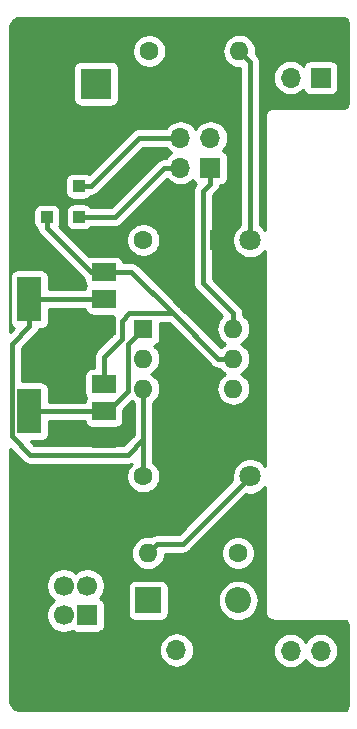
<source format=gtl>
G04 #@! TF.GenerationSoftware,KiCad,Pcbnew,(5.1.4)-1*
G04 #@! TF.CreationDate,2020-11-14T09:15:53+05:30*
G04 #@! TF.ProjectId,Breadboard_Power_Supply,42726561-6462-46f6-9172-645f506f7765,1*
G04 #@! TF.SameCoordinates,Original*
G04 #@! TF.FileFunction,Copper,L1,Top*
G04 #@! TF.FilePolarity,Positive*
%FSLAX46Y46*%
G04 Gerber Fmt 4.6, Leading zero omitted, Abs format (unit mm)*
G04 Created by KiCad (PCBNEW (5.1.4)-1) date 2020-11-14 09:15:53*
%MOMM*%
%LPD*%
G04 APERTURE LIST*
%ADD10O,1.600000X1.600000*%
%ADD11C,1.600000*%
%ADD12R,1.700000X1.700000*%
%ADD13C,1.700000*%
%ADD14C,3.500000*%
%ADD15C,2.600000*%
%ADD16R,2.600000X2.600000*%
%ADD17O,2.200000X2.200000*%
%ADD18R,2.200000X2.200000*%
%ADD19R,1.000000X1.000000*%
%ADD20O,1.700000X1.700000*%
%ADD21R,1.600000X1.600000*%
%ADD22C,1.800000*%
%ADD23R,1.800000X1.800000*%
%ADD24R,2.000000X1.500000*%
%ADD25R,2.000000X3.800000*%
%ADD26C,0.400000*%
%ADD27C,0.254000*%
G04 APERTURE END LIST*
D10*
X144880000Y-105500000D03*
D11*
X152500000Y-105500000D03*
D12*
X139750000Y-110750000D03*
D13*
X139750000Y-108250000D03*
X137750000Y-108250000D03*
X137750000Y-110750000D03*
D14*
X135040000Y-115520000D03*
X135040000Y-103480000D03*
D15*
X137500000Y-70450000D03*
X134500000Y-65750000D03*
D16*
X140500000Y-65750000D03*
D10*
X152620000Y-63000000D03*
D11*
X145000000Y-63000000D03*
D17*
X152520000Y-109500000D03*
D18*
X144900000Y-109500000D03*
D11*
X147000000Y-99000000D03*
X144500000Y-99000000D03*
X147000000Y-79000000D03*
X144500000Y-79000000D03*
D19*
X139025000Y-74425000D03*
X139050000Y-77025000D03*
X136325000Y-74475000D03*
X136325000Y-77050000D03*
D20*
X147635000Y-67795000D03*
X150175000Y-67795000D03*
X147635000Y-70335000D03*
X150175000Y-70335000D03*
X147635000Y-72875000D03*
D12*
X150175000Y-72875000D03*
D10*
X152120000Y-86500000D03*
X144500000Y-91580000D03*
X152120000Y-89040000D03*
X144500000Y-89040000D03*
X152120000Y-91580000D03*
D21*
X144500000Y-86500000D03*
D22*
X153540000Y-79000000D03*
D23*
X151000000Y-79000000D03*
D22*
X153540000Y-99000000D03*
D23*
X151000000Y-99000000D03*
D20*
X147300000Y-113700000D03*
D12*
X149840000Y-113700000D03*
D24*
X141150000Y-86300000D03*
X141150000Y-81700000D03*
X141150000Y-84000000D03*
D25*
X134850000Y-84000000D03*
D24*
X141150000Y-95800000D03*
X141150000Y-91200000D03*
X141150000Y-93500000D03*
D25*
X134850000Y-93500000D03*
D20*
X156960000Y-62710000D03*
X159500000Y-62710000D03*
X156960000Y-65250000D03*
D12*
X159500000Y-65250000D03*
D20*
X156960000Y-113760000D03*
X159500000Y-113760000D03*
X156960000Y-116300000D03*
D12*
X159500000Y-116300000D03*
D26*
X152120000Y-86500000D02*
X152120000Y-85199700D01*
X149564200Y-74836100D02*
X149564200Y-82643900D01*
X149564200Y-82643900D02*
X152120000Y-85199700D01*
X147635000Y-72875000D02*
X146284700Y-72875000D01*
X146284700Y-72875000D02*
X142134700Y-77025000D01*
X142134700Y-77025000D02*
X139050000Y-77025000D01*
X150175000Y-74225300D02*
X150175000Y-72875000D01*
X149564200Y-74836100D02*
X150175000Y-74225300D01*
X139025000Y-74425000D02*
X140025300Y-74425000D01*
X147635000Y-70335000D02*
X144115300Y-70335000D01*
X144115300Y-70335000D02*
X140025300Y-74425000D01*
X153540000Y-63920000D02*
X152620000Y-63000000D01*
X153540000Y-79000000D02*
X153540000Y-63920000D01*
X152640001Y-99899999D02*
X153540000Y-99000000D01*
X147839999Y-104700001D02*
X152640001Y-99899999D01*
X145679999Y-104700001D02*
X147839999Y-104700001D01*
X144880000Y-105500000D02*
X145679999Y-104700001D01*
X143158100Y-97191900D02*
X144500000Y-95850000D01*
X144500000Y-95850000D02*
X144500000Y-91580000D01*
X133349600Y-95610900D02*
X134930600Y-97191900D01*
X134930600Y-97191900D02*
X143158100Y-97191900D01*
X136750100Y-84000000D02*
X141150000Y-84000000D01*
X134850000Y-84000000D02*
X134850000Y-85900100D01*
X144500000Y-99000000D02*
X144500000Y-95850000D01*
X136750100Y-84000000D02*
X134850000Y-84000000D01*
X134850000Y-86300000D02*
X134850000Y-84000000D01*
X133349600Y-87800400D02*
X134850000Y-86300000D01*
X133349600Y-95610900D02*
X133349600Y-87800400D01*
X138469200Y-93500000D02*
X141150000Y-93500000D01*
X138469200Y-93500000D02*
X134850000Y-93500000D01*
X143199999Y-87800001D02*
X144500000Y-86500000D01*
X143199999Y-91800003D02*
X143199999Y-87800001D01*
X141500002Y-93500000D02*
X143199999Y-91800003D01*
X141150000Y-93500000D02*
X141500002Y-93500000D01*
X140075000Y-81700000D02*
X141150000Y-81700000D01*
X136325000Y-77950000D02*
X140075000Y-81700000D01*
X136325000Y-77050000D02*
X136325000Y-77950000D01*
X150819700Y-89040000D02*
X152120000Y-89040000D01*
X141150000Y-91200000D02*
X141150000Y-88859500D01*
X141150000Y-88859500D02*
X142650300Y-87359200D01*
X142650300Y-87359200D02*
X142650300Y-85849698D01*
X142650300Y-85849698D02*
X143301598Y-85198400D01*
X143301598Y-85198400D02*
X146978100Y-85198400D01*
X146978100Y-85198400D02*
X150819700Y-89040000D01*
X143479700Y-81700000D02*
X141150000Y-81700000D01*
X146978100Y-85198400D02*
X143479700Y-81700000D01*
D27*
G36*
X161555665Y-60218863D02*
G01*
X161609214Y-60235030D01*
X161658597Y-60261288D01*
X161701945Y-60296641D01*
X161737600Y-60339740D01*
X161764201Y-60388937D01*
X161780742Y-60442375D01*
X161790001Y-60530464D01*
X161790000Y-67465279D01*
X161781138Y-67555664D01*
X161764970Y-67609214D01*
X161738712Y-67658597D01*
X161703357Y-67701947D01*
X161660261Y-67737599D01*
X161611063Y-67764201D01*
X161557625Y-67780742D01*
X161469545Y-67790000D01*
X155534877Y-67790000D01*
X155500000Y-67786565D01*
X155390870Y-67797313D01*
X155360816Y-67800273D01*
X155226980Y-67840872D01*
X155103637Y-67906800D01*
X154995525Y-67995525D01*
X154906800Y-68103637D01*
X154840872Y-68226980D01*
X154800273Y-68360816D01*
X154786565Y-68500000D01*
X154790000Y-68534877D01*
X154790000Y-78107831D01*
X154732312Y-78021495D01*
X154518505Y-77807688D01*
X154375000Y-77711801D01*
X154375000Y-65250000D01*
X155467815Y-65250000D01*
X155496487Y-65541111D01*
X155581401Y-65821034D01*
X155719294Y-66079014D01*
X155904866Y-66305134D01*
X156130986Y-66490706D01*
X156388966Y-66628599D01*
X156668889Y-66713513D01*
X156887050Y-66735000D01*
X157032950Y-66735000D01*
X157251111Y-66713513D01*
X157531034Y-66628599D01*
X157789014Y-66490706D01*
X158015134Y-66305134D01*
X158039607Y-66275313D01*
X158060498Y-66344180D01*
X158119463Y-66454494D01*
X158198815Y-66551185D01*
X158295506Y-66630537D01*
X158405820Y-66689502D01*
X158525518Y-66725812D01*
X158650000Y-66738072D01*
X160350000Y-66738072D01*
X160474482Y-66725812D01*
X160594180Y-66689502D01*
X160704494Y-66630537D01*
X160801185Y-66551185D01*
X160880537Y-66454494D01*
X160939502Y-66344180D01*
X160975812Y-66224482D01*
X160988072Y-66100000D01*
X160988072Y-64400000D01*
X160975812Y-64275518D01*
X160939502Y-64155820D01*
X160880537Y-64045506D01*
X160801185Y-63948815D01*
X160704494Y-63869463D01*
X160594180Y-63810498D01*
X160474482Y-63774188D01*
X160350000Y-63761928D01*
X158650000Y-63761928D01*
X158525518Y-63774188D01*
X158405820Y-63810498D01*
X158295506Y-63869463D01*
X158198815Y-63948815D01*
X158119463Y-64045506D01*
X158060498Y-64155820D01*
X158039607Y-64224687D01*
X158015134Y-64194866D01*
X157789014Y-64009294D01*
X157531034Y-63871401D01*
X157251111Y-63786487D01*
X157032950Y-63765000D01*
X156887050Y-63765000D01*
X156668889Y-63786487D01*
X156388966Y-63871401D01*
X156130986Y-64009294D01*
X155904866Y-64194866D01*
X155719294Y-64420986D01*
X155581401Y-64678966D01*
X155496487Y-64958889D01*
X155467815Y-65250000D01*
X154375000Y-65250000D01*
X154375000Y-63961007D01*
X154379039Y-63919999D01*
X154375000Y-63878991D01*
X154375000Y-63878981D01*
X154362918Y-63756311D01*
X154315172Y-63598913D01*
X154237636Y-63453854D01*
X154133291Y-63326709D01*
X154101426Y-63300558D01*
X154038534Y-63237667D01*
X154061943Y-63000000D01*
X154034236Y-62718691D01*
X153952182Y-62448192D01*
X153818932Y-62198899D01*
X153639608Y-61980392D01*
X153421101Y-61801068D01*
X153171808Y-61667818D01*
X152901309Y-61585764D01*
X152690492Y-61565000D01*
X152549508Y-61565000D01*
X152338691Y-61585764D01*
X152068192Y-61667818D01*
X151818899Y-61801068D01*
X151600392Y-61980392D01*
X151421068Y-62198899D01*
X151287818Y-62448192D01*
X151205764Y-62718691D01*
X151178057Y-63000000D01*
X151205764Y-63281309D01*
X151287818Y-63551808D01*
X151421068Y-63801101D01*
X151600392Y-64019608D01*
X151818899Y-64198932D01*
X152068192Y-64332182D01*
X152338691Y-64414236D01*
X152549508Y-64435000D01*
X152690492Y-64435000D01*
X152705001Y-64433571D01*
X152705000Y-77711801D01*
X152561495Y-77807688D01*
X152347688Y-78021495D01*
X152179701Y-78272905D01*
X152063989Y-78552257D01*
X152005000Y-78848816D01*
X152005000Y-79151184D01*
X152063989Y-79447743D01*
X152179701Y-79727095D01*
X152347688Y-79978505D01*
X152561495Y-80192312D01*
X152812905Y-80360299D01*
X153092257Y-80476011D01*
X153388816Y-80535000D01*
X153691184Y-80535000D01*
X153987743Y-80476011D01*
X154267095Y-80360299D01*
X154518505Y-80192312D01*
X154732312Y-79978505D01*
X154790000Y-79892169D01*
X154790001Y-98107832D01*
X154732312Y-98021495D01*
X154518505Y-97807688D01*
X154267095Y-97639701D01*
X153987743Y-97523989D01*
X153691184Y-97465000D01*
X153388816Y-97465000D01*
X153092257Y-97523989D01*
X152812905Y-97639701D01*
X152561495Y-97807688D01*
X152347688Y-98021495D01*
X152179701Y-98272905D01*
X152063989Y-98552257D01*
X152005000Y-98848816D01*
X152005000Y-99151184D01*
X152038671Y-99320460D01*
X147494132Y-103865001D01*
X145721006Y-103865001D01*
X145679998Y-103860962D01*
X145638990Y-103865001D01*
X145638980Y-103865001D01*
X145516310Y-103877083D01*
X145358912Y-103924829D01*
X145213853Y-104002365D01*
X145117490Y-104081448D01*
X144950492Y-104065000D01*
X144809508Y-104065000D01*
X144598691Y-104085764D01*
X144328192Y-104167818D01*
X144078899Y-104301068D01*
X143860392Y-104480392D01*
X143681068Y-104698899D01*
X143547818Y-104948192D01*
X143465764Y-105218691D01*
X143438057Y-105500000D01*
X143465764Y-105781309D01*
X143547818Y-106051808D01*
X143681068Y-106301101D01*
X143860392Y-106519608D01*
X144078899Y-106698932D01*
X144328192Y-106832182D01*
X144598691Y-106914236D01*
X144809508Y-106935000D01*
X144950492Y-106935000D01*
X145161309Y-106914236D01*
X145431808Y-106832182D01*
X145681101Y-106698932D01*
X145899608Y-106519608D01*
X146078932Y-106301101D01*
X146212182Y-106051808D01*
X146294236Y-105781309D01*
X146318496Y-105535001D01*
X147798981Y-105535001D01*
X147839999Y-105539041D01*
X147881017Y-105535001D01*
X147881018Y-105535001D01*
X148003688Y-105522919D01*
X148161086Y-105475173D01*
X148306145Y-105397637D01*
X148353632Y-105358665D01*
X151065000Y-105358665D01*
X151065000Y-105641335D01*
X151120147Y-105918574D01*
X151228320Y-106179727D01*
X151385363Y-106414759D01*
X151585241Y-106614637D01*
X151820273Y-106771680D01*
X152081426Y-106879853D01*
X152358665Y-106935000D01*
X152641335Y-106935000D01*
X152918574Y-106879853D01*
X153179727Y-106771680D01*
X153414759Y-106614637D01*
X153614637Y-106414759D01*
X153771680Y-106179727D01*
X153879853Y-105918574D01*
X153935000Y-105641335D01*
X153935000Y-105358665D01*
X153879853Y-105081426D01*
X153771680Y-104820273D01*
X153614637Y-104585241D01*
X153414759Y-104385363D01*
X153179727Y-104228320D01*
X152918574Y-104120147D01*
X152641335Y-104065000D01*
X152358665Y-104065000D01*
X152081426Y-104120147D01*
X151820273Y-104228320D01*
X151585241Y-104385363D01*
X151385363Y-104585241D01*
X151228320Y-104820273D01*
X151120147Y-105081426D01*
X151065000Y-105358665D01*
X148353632Y-105358665D01*
X148433290Y-105293292D01*
X148459445Y-105261422D01*
X153219540Y-100501329D01*
X153388816Y-100535000D01*
X153691184Y-100535000D01*
X153987743Y-100476011D01*
X154267095Y-100360299D01*
X154518505Y-100192312D01*
X154732312Y-99978505D01*
X154790001Y-99892168D01*
X154790001Y-109965114D01*
X154790000Y-109965124D01*
X154790000Y-110465123D01*
X154786565Y-110500000D01*
X154800273Y-110639184D01*
X154840872Y-110773020D01*
X154906800Y-110896363D01*
X154995525Y-111004475D01*
X155103637Y-111093200D01*
X155226980Y-111159128D01*
X155360816Y-111199727D01*
X155465123Y-111210000D01*
X155500000Y-111213435D01*
X155534877Y-111210000D01*
X161465278Y-111210000D01*
X161555665Y-111218863D01*
X161609214Y-111235030D01*
X161658597Y-111261288D01*
X161701945Y-111296641D01*
X161737600Y-111339740D01*
X161764201Y-111388937D01*
X161780742Y-111442375D01*
X161790000Y-111530455D01*
X161790001Y-118465269D01*
X161781138Y-118555664D01*
X161764970Y-118609214D01*
X161738712Y-118658597D01*
X161703357Y-118701947D01*
X161660261Y-118737599D01*
X161611063Y-118764201D01*
X161557625Y-118780742D01*
X161469545Y-118790000D01*
X134034729Y-118790000D01*
X133847216Y-118771614D01*
X133700252Y-118727243D01*
X133564703Y-118655171D01*
X133445742Y-118558148D01*
X133347882Y-118439856D01*
X133274868Y-118304819D01*
X133229471Y-118158167D01*
X133210000Y-117972908D01*
X133210000Y-113700000D01*
X145807815Y-113700000D01*
X145836487Y-113991111D01*
X145921401Y-114271034D01*
X146059294Y-114529014D01*
X146244866Y-114755134D01*
X146470986Y-114940706D01*
X146728966Y-115078599D01*
X147008889Y-115163513D01*
X147227050Y-115185000D01*
X147372950Y-115185000D01*
X147591111Y-115163513D01*
X147871034Y-115078599D01*
X148129014Y-114940706D01*
X148355134Y-114755134D01*
X148540706Y-114529014D01*
X148678599Y-114271034D01*
X148763513Y-113991111D01*
X148786275Y-113760000D01*
X155467815Y-113760000D01*
X155496487Y-114051111D01*
X155581401Y-114331034D01*
X155719294Y-114589014D01*
X155904866Y-114815134D01*
X156130986Y-115000706D01*
X156388966Y-115138599D01*
X156668889Y-115223513D01*
X156887050Y-115245000D01*
X157032950Y-115245000D01*
X157251111Y-115223513D01*
X157531034Y-115138599D01*
X157789014Y-115000706D01*
X158015134Y-114815134D01*
X158200706Y-114589014D01*
X158230000Y-114534209D01*
X158259294Y-114589014D01*
X158444866Y-114815134D01*
X158670986Y-115000706D01*
X158928966Y-115138599D01*
X159208889Y-115223513D01*
X159427050Y-115245000D01*
X159572950Y-115245000D01*
X159791111Y-115223513D01*
X160071034Y-115138599D01*
X160329014Y-115000706D01*
X160555134Y-114815134D01*
X160740706Y-114589014D01*
X160878599Y-114331034D01*
X160963513Y-114051111D01*
X160992185Y-113760000D01*
X160963513Y-113468889D01*
X160878599Y-113188966D01*
X160740706Y-112930986D01*
X160555134Y-112704866D01*
X160329014Y-112519294D01*
X160071034Y-112381401D01*
X159791111Y-112296487D01*
X159572950Y-112275000D01*
X159427050Y-112275000D01*
X159208889Y-112296487D01*
X158928966Y-112381401D01*
X158670986Y-112519294D01*
X158444866Y-112704866D01*
X158259294Y-112930986D01*
X158230000Y-112985791D01*
X158200706Y-112930986D01*
X158015134Y-112704866D01*
X157789014Y-112519294D01*
X157531034Y-112381401D01*
X157251111Y-112296487D01*
X157032950Y-112275000D01*
X156887050Y-112275000D01*
X156668889Y-112296487D01*
X156388966Y-112381401D01*
X156130986Y-112519294D01*
X155904866Y-112704866D01*
X155719294Y-112930986D01*
X155581401Y-113188966D01*
X155496487Y-113468889D01*
X155467815Y-113760000D01*
X148786275Y-113760000D01*
X148792185Y-113700000D01*
X148763513Y-113408889D01*
X148678599Y-113128966D01*
X148540706Y-112870986D01*
X148355134Y-112644866D01*
X148129014Y-112459294D01*
X147871034Y-112321401D01*
X147591111Y-112236487D01*
X147372950Y-112215000D01*
X147227050Y-112215000D01*
X147008889Y-112236487D01*
X146728966Y-112321401D01*
X146470986Y-112459294D01*
X146244866Y-112644866D01*
X146059294Y-112870986D01*
X145921401Y-113128966D01*
X145836487Y-113408889D01*
X145807815Y-113700000D01*
X133210000Y-113700000D01*
X133210000Y-108103740D01*
X136265000Y-108103740D01*
X136265000Y-108396260D01*
X136322068Y-108683158D01*
X136434010Y-108953411D01*
X136596525Y-109196632D01*
X136803368Y-109403475D01*
X136947828Y-109500000D01*
X136803368Y-109596525D01*
X136596525Y-109803368D01*
X136434010Y-110046589D01*
X136322068Y-110316842D01*
X136265000Y-110603740D01*
X136265000Y-110896260D01*
X136322068Y-111183158D01*
X136434010Y-111453411D01*
X136596525Y-111696632D01*
X136803368Y-111903475D01*
X137046589Y-112065990D01*
X137316842Y-112177932D01*
X137603740Y-112235000D01*
X137896260Y-112235000D01*
X138183158Y-112177932D01*
X138453411Y-112065990D01*
X138460822Y-112061038D01*
X138545506Y-112130537D01*
X138655820Y-112189502D01*
X138775518Y-112225812D01*
X138900000Y-112238072D01*
X140600000Y-112238072D01*
X140724482Y-112225812D01*
X140844180Y-112189502D01*
X140954494Y-112130537D01*
X141051185Y-112051185D01*
X141130537Y-111954494D01*
X141189502Y-111844180D01*
X141225812Y-111724482D01*
X141238072Y-111600000D01*
X141238072Y-109900000D01*
X141225812Y-109775518D01*
X141189502Y-109655820D01*
X141130537Y-109545506D01*
X141051185Y-109448815D01*
X140954494Y-109369463D01*
X140844180Y-109310498D01*
X140802310Y-109297797D01*
X140903475Y-109196632D01*
X141065990Y-108953411D01*
X141177932Y-108683158D01*
X141234256Y-108400000D01*
X143161928Y-108400000D01*
X143161928Y-110600000D01*
X143174188Y-110724482D01*
X143210498Y-110844180D01*
X143269463Y-110954494D01*
X143348815Y-111051185D01*
X143445506Y-111130537D01*
X143555820Y-111189502D01*
X143675518Y-111225812D01*
X143800000Y-111238072D01*
X146000000Y-111238072D01*
X146124482Y-111225812D01*
X146244180Y-111189502D01*
X146354494Y-111130537D01*
X146451185Y-111051185D01*
X146530537Y-110954494D01*
X146589502Y-110844180D01*
X146625812Y-110724482D01*
X146638072Y-110600000D01*
X146638072Y-109500000D01*
X150776606Y-109500000D01*
X150810105Y-109840119D01*
X150909314Y-110167168D01*
X151070421Y-110468578D01*
X151287234Y-110732766D01*
X151551422Y-110949579D01*
X151852832Y-111110686D01*
X152179881Y-111209895D01*
X152434775Y-111235000D01*
X152605225Y-111235000D01*
X152860119Y-111209895D01*
X153187168Y-111110686D01*
X153488578Y-110949579D01*
X153752766Y-110732766D01*
X153969579Y-110468578D01*
X154130686Y-110167168D01*
X154229895Y-109840119D01*
X154263394Y-109500000D01*
X154229895Y-109159881D01*
X154130686Y-108832832D01*
X153969579Y-108531422D01*
X153752766Y-108267234D01*
X153488578Y-108050421D01*
X153187168Y-107889314D01*
X152860119Y-107790105D01*
X152605225Y-107765000D01*
X152434775Y-107765000D01*
X152179881Y-107790105D01*
X151852832Y-107889314D01*
X151551422Y-108050421D01*
X151287234Y-108267234D01*
X151070421Y-108531422D01*
X150909314Y-108832832D01*
X150810105Y-109159881D01*
X150776606Y-109500000D01*
X146638072Y-109500000D01*
X146638072Y-108400000D01*
X146625812Y-108275518D01*
X146589502Y-108155820D01*
X146530537Y-108045506D01*
X146451185Y-107948815D01*
X146354494Y-107869463D01*
X146244180Y-107810498D01*
X146124482Y-107774188D01*
X146000000Y-107761928D01*
X143800000Y-107761928D01*
X143675518Y-107774188D01*
X143555820Y-107810498D01*
X143445506Y-107869463D01*
X143348815Y-107948815D01*
X143269463Y-108045506D01*
X143210498Y-108155820D01*
X143174188Y-108275518D01*
X143161928Y-108400000D01*
X141234256Y-108400000D01*
X141235000Y-108396260D01*
X141235000Y-108103740D01*
X141177932Y-107816842D01*
X141065990Y-107546589D01*
X140903475Y-107303368D01*
X140696632Y-107096525D01*
X140453411Y-106934010D01*
X140183158Y-106822068D01*
X139896260Y-106765000D01*
X139603740Y-106765000D01*
X139316842Y-106822068D01*
X139046589Y-106934010D01*
X138803368Y-107096525D01*
X138750000Y-107149893D01*
X138696632Y-107096525D01*
X138453411Y-106934010D01*
X138183158Y-106822068D01*
X137896260Y-106765000D01*
X137603740Y-106765000D01*
X137316842Y-106822068D01*
X137046589Y-106934010D01*
X136803368Y-107096525D01*
X136596525Y-107303368D01*
X136434010Y-107546589D01*
X136322068Y-107816842D01*
X136265000Y-108103740D01*
X133210000Y-108103740D01*
X133210000Y-96652168D01*
X134311163Y-97753332D01*
X134337309Y-97785191D01*
X134464454Y-97889536D01*
X134609513Y-97967072D01*
X134766911Y-98014818D01*
X134889581Y-98026900D01*
X134889582Y-98026900D01*
X134930600Y-98030940D01*
X134971618Y-98026900D01*
X143117082Y-98026900D01*
X143158100Y-98030940D01*
X143199118Y-98026900D01*
X143199119Y-98026900D01*
X143321789Y-98014818D01*
X143479187Y-97967072D01*
X143531487Y-97939117D01*
X143385363Y-98085241D01*
X143228320Y-98320273D01*
X143120147Y-98581426D01*
X143065000Y-98858665D01*
X143065000Y-99141335D01*
X143120147Y-99418574D01*
X143228320Y-99679727D01*
X143385363Y-99914759D01*
X143585241Y-100114637D01*
X143820273Y-100271680D01*
X144081426Y-100379853D01*
X144358665Y-100435000D01*
X144641335Y-100435000D01*
X144918574Y-100379853D01*
X145179727Y-100271680D01*
X145414759Y-100114637D01*
X145614637Y-99914759D01*
X145771680Y-99679727D01*
X145879853Y-99418574D01*
X145935000Y-99141335D01*
X145935000Y-98858665D01*
X145879853Y-98581426D01*
X145771680Y-98320273D01*
X145614637Y-98085241D01*
X145414759Y-97885363D01*
X145335000Y-97832070D01*
X145335000Y-95891018D01*
X145339040Y-95850001D01*
X145335000Y-95808981D01*
X145335000Y-92751112D01*
X145519608Y-92599608D01*
X145698932Y-92381101D01*
X145832182Y-92131808D01*
X145914236Y-91861309D01*
X145941943Y-91580000D01*
X145914236Y-91298691D01*
X145832182Y-91028192D01*
X145698932Y-90778899D01*
X145519608Y-90560392D01*
X145301101Y-90381068D01*
X145168142Y-90310000D01*
X145301101Y-90238932D01*
X145519608Y-90059608D01*
X145698932Y-89841101D01*
X145832182Y-89591808D01*
X145914236Y-89321309D01*
X145941943Y-89040000D01*
X145914236Y-88758691D01*
X145832182Y-88488192D01*
X145698932Y-88238899D01*
X145519608Y-88020392D01*
X145406518Y-87927581D01*
X145424482Y-87925812D01*
X145544180Y-87889502D01*
X145654494Y-87830537D01*
X145751185Y-87751185D01*
X145830537Y-87654494D01*
X145889502Y-87544180D01*
X145925812Y-87424482D01*
X145938072Y-87300000D01*
X145938072Y-86033400D01*
X146632233Y-86033400D01*
X150200263Y-89601432D01*
X150226409Y-89633291D01*
X150258268Y-89659437D01*
X150258270Y-89659439D01*
X150353554Y-89737636D01*
X150498613Y-89815172D01*
X150656011Y-89862918D01*
X150819700Y-89879040D01*
X150860718Y-89875000D01*
X150948888Y-89875000D01*
X151100392Y-90059608D01*
X151318899Y-90238932D01*
X151451858Y-90310000D01*
X151318899Y-90381068D01*
X151100392Y-90560392D01*
X150921068Y-90778899D01*
X150787818Y-91028192D01*
X150705764Y-91298691D01*
X150678057Y-91580000D01*
X150705764Y-91861309D01*
X150787818Y-92131808D01*
X150921068Y-92381101D01*
X151100392Y-92599608D01*
X151318899Y-92778932D01*
X151568192Y-92912182D01*
X151838691Y-92994236D01*
X152049508Y-93015000D01*
X152190492Y-93015000D01*
X152401309Y-92994236D01*
X152671808Y-92912182D01*
X152921101Y-92778932D01*
X153139608Y-92599608D01*
X153318932Y-92381101D01*
X153452182Y-92131808D01*
X153534236Y-91861309D01*
X153561943Y-91580000D01*
X153534236Y-91298691D01*
X153452182Y-91028192D01*
X153318932Y-90778899D01*
X153139608Y-90560392D01*
X152921101Y-90381068D01*
X152788142Y-90310000D01*
X152921101Y-90238932D01*
X153139608Y-90059608D01*
X153318932Y-89841101D01*
X153452182Y-89591808D01*
X153534236Y-89321309D01*
X153561943Y-89040000D01*
X153534236Y-88758691D01*
X153452182Y-88488192D01*
X153318932Y-88238899D01*
X153139608Y-88020392D01*
X152921101Y-87841068D01*
X152788142Y-87770000D01*
X152921101Y-87698932D01*
X153139608Y-87519608D01*
X153318932Y-87301101D01*
X153452182Y-87051808D01*
X153534236Y-86781309D01*
X153561943Y-86500000D01*
X153534236Y-86218691D01*
X153452182Y-85948192D01*
X153318932Y-85698899D01*
X153139608Y-85480392D01*
X152955000Y-85328888D01*
X152955000Y-85240718D01*
X152959040Y-85199699D01*
X152942918Y-85036011D01*
X152895172Y-84878613D01*
X152817636Y-84733554D01*
X152788159Y-84697636D01*
X152713291Y-84606409D01*
X152681427Y-84580259D01*
X150399200Y-82298033D01*
X150399200Y-75181968D01*
X150736432Y-74844736D01*
X150768291Y-74818591D01*
X150827794Y-74746087D01*
X150872636Y-74691446D01*
X150950172Y-74546387D01*
X150997918Y-74388988D01*
X151000471Y-74363072D01*
X151025000Y-74363072D01*
X151149482Y-74350812D01*
X151269180Y-74314502D01*
X151379494Y-74255537D01*
X151476185Y-74176185D01*
X151555537Y-74079494D01*
X151614502Y-73969180D01*
X151650812Y-73849482D01*
X151663072Y-73725000D01*
X151663072Y-72025000D01*
X151650812Y-71900518D01*
X151614502Y-71780820D01*
X151555537Y-71670506D01*
X151476185Y-71573815D01*
X151379494Y-71494463D01*
X151269180Y-71435498D01*
X151200313Y-71414607D01*
X151230134Y-71390134D01*
X151415706Y-71164014D01*
X151553599Y-70906034D01*
X151638513Y-70626111D01*
X151667185Y-70335000D01*
X151638513Y-70043889D01*
X151553599Y-69763966D01*
X151415706Y-69505986D01*
X151230134Y-69279866D01*
X151004014Y-69094294D01*
X150746034Y-68956401D01*
X150466111Y-68871487D01*
X150247950Y-68850000D01*
X150102050Y-68850000D01*
X149883889Y-68871487D01*
X149603966Y-68956401D01*
X149345986Y-69094294D01*
X149119866Y-69279866D01*
X148934294Y-69505986D01*
X148905000Y-69560791D01*
X148875706Y-69505986D01*
X148690134Y-69279866D01*
X148464014Y-69094294D01*
X148206034Y-68956401D01*
X147926111Y-68871487D01*
X147707950Y-68850000D01*
X147562050Y-68850000D01*
X147343889Y-68871487D01*
X147063966Y-68956401D01*
X146805986Y-69094294D01*
X146579866Y-69279866D01*
X146399207Y-69500000D01*
X144156307Y-69500000D01*
X144115299Y-69495961D01*
X144074291Y-69500000D01*
X144074281Y-69500000D01*
X143951611Y-69512082D01*
X143794213Y-69559828D01*
X143649154Y-69637364D01*
X143522009Y-69741709D01*
X143495859Y-69773573D01*
X139876546Y-73392887D01*
X139769180Y-73335498D01*
X139649482Y-73299188D01*
X139525000Y-73286928D01*
X138525000Y-73286928D01*
X138400518Y-73299188D01*
X138280820Y-73335498D01*
X138170506Y-73394463D01*
X138073815Y-73473815D01*
X137994463Y-73570506D01*
X137935498Y-73680820D01*
X137899188Y-73800518D01*
X137886928Y-73925000D01*
X137886928Y-74925000D01*
X137899188Y-75049482D01*
X137935498Y-75169180D01*
X137994463Y-75279494D01*
X138073815Y-75376185D01*
X138170506Y-75455537D01*
X138280820Y-75514502D01*
X138400518Y-75550812D01*
X138525000Y-75563072D01*
X139525000Y-75563072D01*
X139649482Y-75550812D01*
X139769180Y-75514502D01*
X139879494Y-75455537D01*
X139976185Y-75376185D01*
X140055537Y-75279494D01*
X140065937Y-75260038D01*
X140066318Y-75260000D01*
X140066319Y-75260000D01*
X140188989Y-75247918D01*
X140346387Y-75200172D01*
X140491446Y-75122636D01*
X140618591Y-75018291D01*
X140644746Y-74986421D01*
X144461168Y-71170000D01*
X146399207Y-71170000D01*
X146579866Y-71390134D01*
X146805986Y-71575706D01*
X146860791Y-71605000D01*
X146805986Y-71634294D01*
X146579866Y-71819866D01*
X146399207Y-72040000D01*
X146325707Y-72040000D01*
X146284699Y-72035961D01*
X146243691Y-72040000D01*
X146243681Y-72040000D01*
X146121011Y-72052082D01*
X145963613Y-72099828D01*
X145818554Y-72177364D01*
X145691409Y-72281709D01*
X145665259Y-72313573D01*
X141788833Y-76190000D01*
X140090957Y-76190000D01*
X140080537Y-76170506D01*
X140001185Y-76073815D01*
X139904494Y-75994463D01*
X139794180Y-75935498D01*
X139674482Y-75899188D01*
X139550000Y-75886928D01*
X138550000Y-75886928D01*
X138425518Y-75899188D01*
X138305820Y-75935498D01*
X138195506Y-75994463D01*
X138098815Y-76073815D01*
X138019463Y-76170506D01*
X137960498Y-76280820D01*
X137924188Y-76400518D01*
X137911928Y-76525000D01*
X137911928Y-77525000D01*
X137924188Y-77649482D01*
X137960498Y-77769180D01*
X138019463Y-77879494D01*
X138098815Y-77976185D01*
X138195506Y-78055537D01*
X138305820Y-78114502D01*
X138425518Y-78150812D01*
X138550000Y-78163072D01*
X139550000Y-78163072D01*
X139674482Y-78150812D01*
X139794180Y-78114502D01*
X139904494Y-78055537D01*
X140001185Y-77976185D01*
X140080537Y-77879494D01*
X140090957Y-77860000D01*
X142093682Y-77860000D01*
X142134700Y-77864040D01*
X142175718Y-77860000D01*
X142175719Y-77860000D01*
X142298389Y-77847918D01*
X142455787Y-77800172D01*
X142600846Y-77722636D01*
X142727991Y-77618291D01*
X142754146Y-77586421D01*
X146503494Y-73837074D01*
X146579866Y-73930134D01*
X146805986Y-74115706D01*
X147063966Y-74253599D01*
X147343889Y-74338513D01*
X147562050Y-74360000D01*
X147707950Y-74360000D01*
X147926111Y-74338513D01*
X148206034Y-74253599D01*
X148464014Y-74115706D01*
X148690134Y-73930134D01*
X148714607Y-73900313D01*
X148735498Y-73969180D01*
X148794463Y-74079494D01*
X148873815Y-74176185D01*
X148964505Y-74250612D01*
X148912073Y-74314502D01*
X148866564Y-74369955D01*
X148789028Y-74515014D01*
X148741282Y-74672412D01*
X148725160Y-74836100D01*
X148729200Y-74877119D01*
X148729201Y-82602871D01*
X148725160Y-82643900D01*
X148741282Y-82807588D01*
X148789028Y-82964986D01*
X148866564Y-83110045D01*
X148890107Y-83138732D01*
X148970910Y-83237191D01*
X149002774Y-83263341D01*
X151165990Y-85426557D01*
X151100392Y-85480392D01*
X150921068Y-85698899D01*
X150787818Y-85948192D01*
X150705764Y-86218691D01*
X150678057Y-86500000D01*
X150705764Y-86781309D01*
X150787818Y-87051808D01*
X150921068Y-87301101D01*
X151100392Y-87519608D01*
X151318899Y-87698932D01*
X151451858Y-87770000D01*
X151318899Y-87841068D01*
X151100392Y-88020392D01*
X151046558Y-88085989D01*
X147597548Y-84636981D01*
X147597539Y-84636970D01*
X147597537Y-84636968D01*
X147571391Y-84605109D01*
X147539531Y-84578962D01*
X144099146Y-81138579D01*
X144072991Y-81106709D01*
X143945846Y-81002364D01*
X143800787Y-80924828D01*
X143643389Y-80877082D01*
X143520719Y-80865000D01*
X143520718Y-80865000D01*
X143479700Y-80860960D01*
X143438682Y-80865000D01*
X142779701Y-80865000D01*
X142775812Y-80825518D01*
X142739502Y-80705820D01*
X142680537Y-80595506D01*
X142601185Y-80498815D01*
X142504494Y-80419463D01*
X142394180Y-80360498D01*
X142274482Y-80324188D01*
X142150000Y-80311928D01*
X140150000Y-80311928D01*
X140025518Y-80324188D01*
X139913912Y-80358043D01*
X138414533Y-78858665D01*
X143065000Y-78858665D01*
X143065000Y-79141335D01*
X143120147Y-79418574D01*
X143228320Y-79679727D01*
X143385363Y-79914759D01*
X143585241Y-80114637D01*
X143820273Y-80271680D01*
X144081426Y-80379853D01*
X144358665Y-80435000D01*
X144641335Y-80435000D01*
X144918574Y-80379853D01*
X145179727Y-80271680D01*
X145414759Y-80114637D01*
X145614637Y-79914759D01*
X145771680Y-79679727D01*
X145879853Y-79418574D01*
X145935000Y-79141335D01*
X145935000Y-78858665D01*
X145879853Y-78581426D01*
X145771680Y-78320273D01*
X145614637Y-78085241D01*
X145414759Y-77885363D01*
X145179727Y-77728320D01*
X144918574Y-77620147D01*
X144641335Y-77565000D01*
X144358665Y-77565000D01*
X144081426Y-77620147D01*
X143820273Y-77728320D01*
X143585241Y-77885363D01*
X143385363Y-78085241D01*
X143228320Y-78320273D01*
X143120147Y-78581426D01*
X143065000Y-78858665D01*
X138414533Y-78858665D01*
X137392050Y-77836183D01*
X137414502Y-77794180D01*
X137450812Y-77674482D01*
X137463072Y-77550000D01*
X137463072Y-76550000D01*
X137450812Y-76425518D01*
X137414502Y-76305820D01*
X137355537Y-76195506D01*
X137276185Y-76098815D01*
X137179494Y-76019463D01*
X137069180Y-75960498D01*
X136949482Y-75924188D01*
X136825000Y-75911928D01*
X135825000Y-75911928D01*
X135700518Y-75924188D01*
X135580820Y-75960498D01*
X135470506Y-76019463D01*
X135373815Y-76098815D01*
X135294463Y-76195506D01*
X135235498Y-76305820D01*
X135199188Y-76425518D01*
X135186928Y-76550000D01*
X135186928Y-77550000D01*
X135199188Y-77674482D01*
X135235498Y-77794180D01*
X135294463Y-77904494D01*
X135373815Y-78001185D01*
X135470506Y-78080537D01*
X135500390Y-78096511D01*
X135502082Y-78113688D01*
X135549828Y-78271086D01*
X135627364Y-78416145D01*
X135627365Y-78416146D01*
X135731710Y-78543291D01*
X135763574Y-78569441D01*
X139455563Y-82261432D01*
X139481709Y-82293291D01*
X139511928Y-82318091D01*
X139511928Y-82450000D01*
X139524188Y-82574482D01*
X139560498Y-82694180D01*
X139619463Y-82804494D01*
X139656809Y-82850000D01*
X139619463Y-82895506D01*
X139560498Y-83005820D01*
X139524188Y-83125518D01*
X139520299Y-83165000D01*
X136488072Y-83165000D01*
X136488072Y-82100000D01*
X136475812Y-81975518D01*
X136439502Y-81855820D01*
X136380537Y-81745506D01*
X136301185Y-81648815D01*
X136204494Y-81569463D01*
X136094180Y-81510498D01*
X135974482Y-81474188D01*
X135850000Y-81461928D01*
X133850000Y-81461928D01*
X133725518Y-81474188D01*
X133605820Y-81510498D01*
X133495506Y-81569463D01*
X133398815Y-81648815D01*
X133319463Y-81745506D01*
X133260498Y-81855820D01*
X133224188Y-81975518D01*
X133211928Y-82100000D01*
X133211928Y-85900000D01*
X133224188Y-86024482D01*
X133260498Y-86144180D01*
X133319463Y-86254494D01*
X133398815Y-86351185D01*
X133495506Y-86430537D01*
X133523586Y-86445546D01*
X133210000Y-86759133D01*
X133210000Y-64450000D01*
X138561928Y-64450000D01*
X138561928Y-67050000D01*
X138574188Y-67174482D01*
X138610498Y-67294180D01*
X138669463Y-67404494D01*
X138748815Y-67501185D01*
X138845506Y-67580537D01*
X138955820Y-67639502D01*
X139075518Y-67675812D01*
X139200000Y-67688072D01*
X141800000Y-67688072D01*
X141924482Y-67675812D01*
X142044180Y-67639502D01*
X142154494Y-67580537D01*
X142251185Y-67501185D01*
X142330537Y-67404494D01*
X142389502Y-67294180D01*
X142425812Y-67174482D01*
X142438072Y-67050000D01*
X142438072Y-64450000D01*
X142425812Y-64325518D01*
X142389502Y-64205820D01*
X142330537Y-64095506D01*
X142251185Y-63998815D01*
X142154494Y-63919463D01*
X142044180Y-63860498D01*
X141924482Y-63824188D01*
X141800000Y-63811928D01*
X139200000Y-63811928D01*
X139075518Y-63824188D01*
X138955820Y-63860498D01*
X138845506Y-63919463D01*
X138748815Y-63998815D01*
X138669463Y-64095506D01*
X138610498Y-64205820D01*
X138574188Y-64325518D01*
X138561928Y-64450000D01*
X133210000Y-64450000D01*
X133210000Y-62858665D01*
X143565000Y-62858665D01*
X143565000Y-63141335D01*
X143620147Y-63418574D01*
X143728320Y-63679727D01*
X143885363Y-63914759D01*
X144085241Y-64114637D01*
X144320273Y-64271680D01*
X144581426Y-64379853D01*
X144858665Y-64435000D01*
X145141335Y-64435000D01*
X145418574Y-64379853D01*
X145679727Y-64271680D01*
X145914759Y-64114637D01*
X146114637Y-63914759D01*
X146271680Y-63679727D01*
X146379853Y-63418574D01*
X146435000Y-63141335D01*
X146435000Y-62858665D01*
X146379853Y-62581426D01*
X146271680Y-62320273D01*
X146114637Y-62085241D01*
X145914759Y-61885363D01*
X145679727Y-61728320D01*
X145418574Y-61620147D01*
X145141335Y-61565000D01*
X144858665Y-61565000D01*
X144581426Y-61620147D01*
X144320273Y-61728320D01*
X144085241Y-61885363D01*
X143885363Y-62085241D01*
X143728320Y-62320273D01*
X143620147Y-62581426D01*
X143565000Y-62858665D01*
X133210000Y-62858665D01*
X133210000Y-61034729D01*
X133228386Y-60847215D01*
X133272757Y-60700252D01*
X133344829Y-60564703D01*
X133441852Y-60445742D01*
X133560144Y-60347882D01*
X133695181Y-60274868D01*
X133841833Y-60229471D01*
X134027092Y-60210000D01*
X161465278Y-60210000D01*
X161555665Y-60218863D01*
X161555665Y-60218863D01*
G37*
X161555665Y-60218863D02*
X161609214Y-60235030D01*
X161658597Y-60261288D01*
X161701945Y-60296641D01*
X161737600Y-60339740D01*
X161764201Y-60388937D01*
X161780742Y-60442375D01*
X161790001Y-60530464D01*
X161790000Y-67465279D01*
X161781138Y-67555664D01*
X161764970Y-67609214D01*
X161738712Y-67658597D01*
X161703357Y-67701947D01*
X161660261Y-67737599D01*
X161611063Y-67764201D01*
X161557625Y-67780742D01*
X161469545Y-67790000D01*
X155534877Y-67790000D01*
X155500000Y-67786565D01*
X155390870Y-67797313D01*
X155360816Y-67800273D01*
X155226980Y-67840872D01*
X155103637Y-67906800D01*
X154995525Y-67995525D01*
X154906800Y-68103637D01*
X154840872Y-68226980D01*
X154800273Y-68360816D01*
X154786565Y-68500000D01*
X154790000Y-68534877D01*
X154790000Y-78107831D01*
X154732312Y-78021495D01*
X154518505Y-77807688D01*
X154375000Y-77711801D01*
X154375000Y-65250000D01*
X155467815Y-65250000D01*
X155496487Y-65541111D01*
X155581401Y-65821034D01*
X155719294Y-66079014D01*
X155904866Y-66305134D01*
X156130986Y-66490706D01*
X156388966Y-66628599D01*
X156668889Y-66713513D01*
X156887050Y-66735000D01*
X157032950Y-66735000D01*
X157251111Y-66713513D01*
X157531034Y-66628599D01*
X157789014Y-66490706D01*
X158015134Y-66305134D01*
X158039607Y-66275313D01*
X158060498Y-66344180D01*
X158119463Y-66454494D01*
X158198815Y-66551185D01*
X158295506Y-66630537D01*
X158405820Y-66689502D01*
X158525518Y-66725812D01*
X158650000Y-66738072D01*
X160350000Y-66738072D01*
X160474482Y-66725812D01*
X160594180Y-66689502D01*
X160704494Y-66630537D01*
X160801185Y-66551185D01*
X160880537Y-66454494D01*
X160939502Y-66344180D01*
X160975812Y-66224482D01*
X160988072Y-66100000D01*
X160988072Y-64400000D01*
X160975812Y-64275518D01*
X160939502Y-64155820D01*
X160880537Y-64045506D01*
X160801185Y-63948815D01*
X160704494Y-63869463D01*
X160594180Y-63810498D01*
X160474482Y-63774188D01*
X160350000Y-63761928D01*
X158650000Y-63761928D01*
X158525518Y-63774188D01*
X158405820Y-63810498D01*
X158295506Y-63869463D01*
X158198815Y-63948815D01*
X158119463Y-64045506D01*
X158060498Y-64155820D01*
X158039607Y-64224687D01*
X158015134Y-64194866D01*
X157789014Y-64009294D01*
X157531034Y-63871401D01*
X157251111Y-63786487D01*
X157032950Y-63765000D01*
X156887050Y-63765000D01*
X156668889Y-63786487D01*
X156388966Y-63871401D01*
X156130986Y-64009294D01*
X155904866Y-64194866D01*
X155719294Y-64420986D01*
X155581401Y-64678966D01*
X155496487Y-64958889D01*
X155467815Y-65250000D01*
X154375000Y-65250000D01*
X154375000Y-63961007D01*
X154379039Y-63919999D01*
X154375000Y-63878991D01*
X154375000Y-63878981D01*
X154362918Y-63756311D01*
X154315172Y-63598913D01*
X154237636Y-63453854D01*
X154133291Y-63326709D01*
X154101426Y-63300558D01*
X154038534Y-63237667D01*
X154061943Y-63000000D01*
X154034236Y-62718691D01*
X153952182Y-62448192D01*
X153818932Y-62198899D01*
X153639608Y-61980392D01*
X153421101Y-61801068D01*
X153171808Y-61667818D01*
X152901309Y-61585764D01*
X152690492Y-61565000D01*
X152549508Y-61565000D01*
X152338691Y-61585764D01*
X152068192Y-61667818D01*
X151818899Y-61801068D01*
X151600392Y-61980392D01*
X151421068Y-62198899D01*
X151287818Y-62448192D01*
X151205764Y-62718691D01*
X151178057Y-63000000D01*
X151205764Y-63281309D01*
X151287818Y-63551808D01*
X151421068Y-63801101D01*
X151600392Y-64019608D01*
X151818899Y-64198932D01*
X152068192Y-64332182D01*
X152338691Y-64414236D01*
X152549508Y-64435000D01*
X152690492Y-64435000D01*
X152705001Y-64433571D01*
X152705000Y-77711801D01*
X152561495Y-77807688D01*
X152347688Y-78021495D01*
X152179701Y-78272905D01*
X152063989Y-78552257D01*
X152005000Y-78848816D01*
X152005000Y-79151184D01*
X152063989Y-79447743D01*
X152179701Y-79727095D01*
X152347688Y-79978505D01*
X152561495Y-80192312D01*
X152812905Y-80360299D01*
X153092257Y-80476011D01*
X153388816Y-80535000D01*
X153691184Y-80535000D01*
X153987743Y-80476011D01*
X154267095Y-80360299D01*
X154518505Y-80192312D01*
X154732312Y-79978505D01*
X154790000Y-79892169D01*
X154790001Y-98107832D01*
X154732312Y-98021495D01*
X154518505Y-97807688D01*
X154267095Y-97639701D01*
X153987743Y-97523989D01*
X153691184Y-97465000D01*
X153388816Y-97465000D01*
X153092257Y-97523989D01*
X152812905Y-97639701D01*
X152561495Y-97807688D01*
X152347688Y-98021495D01*
X152179701Y-98272905D01*
X152063989Y-98552257D01*
X152005000Y-98848816D01*
X152005000Y-99151184D01*
X152038671Y-99320460D01*
X147494132Y-103865001D01*
X145721006Y-103865001D01*
X145679998Y-103860962D01*
X145638990Y-103865001D01*
X145638980Y-103865001D01*
X145516310Y-103877083D01*
X145358912Y-103924829D01*
X145213853Y-104002365D01*
X145117490Y-104081448D01*
X144950492Y-104065000D01*
X144809508Y-104065000D01*
X144598691Y-104085764D01*
X144328192Y-104167818D01*
X144078899Y-104301068D01*
X143860392Y-104480392D01*
X143681068Y-104698899D01*
X143547818Y-104948192D01*
X143465764Y-105218691D01*
X143438057Y-105500000D01*
X143465764Y-105781309D01*
X143547818Y-106051808D01*
X143681068Y-106301101D01*
X143860392Y-106519608D01*
X144078899Y-106698932D01*
X144328192Y-106832182D01*
X144598691Y-106914236D01*
X144809508Y-106935000D01*
X144950492Y-106935000D01*
X145161309Y-106914236D01*
X145431808Y-106832182D01*
X145681101Y-106698932D01*
X145899608Y-106519608D01*
X146078932Y-106301101D01*
X146212182Y-106051808D01*
X146294236Y-105781309D01*
X146318496Y-105535001D01*
X147798981Y-105535001D01*
X147839999Y-105539041D01*
X147881017Y-105535001D01*
X147881018Y-105535001D01*
X148003688Y-105522919D01*
X148161086Y-105475173D01*
X148306145Y-105397637D01*
X148353632Y-105358665D01*
X151065000Y-105358665D01*
X151065000Y-105641335D01*
X151120147Y-105918574D01*
X151228320Y-106179727D01*
X151385363Y-106414759D01*
X151585241Y-106614637D01*
X151820273Y-106771680D01*
X152081426Y-106879853D01*
X152358665Y-106935000D01*
X152641335Y-106935000D01*
X152918574Y-106879853D01*
X153179727Y-106771680D01*
X153414759Y-106614637D01*
X153614637Y-106414759D01*
X153771680Y-106179727D01*
X153879853Y-105918574D01*
X153935000Y-105641335D01*
X153935000Y-105358665D01*
X153879853Y-105081426D01*
X153771680Y-104820273D01*
X153614637Y-104585241D01*
X153414759Y-104385363D01*
X153179727Y-104228320D01*
X152918574Y-104120147D01*
X152641335Y-104065000D01*
X152358665Y-104065000D01*
X152081426Y-104120147D01*
X151820273Y-104228320D01*
X151585241Y-104385363D01*
X151385363Y-104585241D01*
X151228320Y-104820273D01*
X151120147Y-105081426D01*
X151065000Y-105358665D01*
X148353632Y-105358665D01*
X148433290Y-105293292D01*
X148459445Y-105261422D01*
X153219540Y-100501329D01*
X153388816Y-100535000D01*
X153691184Y-100535000D01*
X153987743Y-100476011D01*
X154267095Y-100360299D01*
X154518505Y-100192312D01*
X154732312Y-99978505D01*
X154790001Y-99892168D01*
X154790001Y-109965114D01*
X154790000Y-109965124D01*
X154790000Y-110465123D01*
X154786565Y-110500000D01*
X154800273Y-110639184D01*
X154840872Y-110773020D01*
X154906800Y-110896363D01*
X154995525Y-111004475D01*
X155103637Y-111093200D01*
X155226980Y-111159128D01*
X155360816Y-111199727D01*
X155465123Y-111210000D01*
X155500000Y-111213435D01*
X155534877Y-111210000D01*
X161465278Y-111210000D01*
X161555665Y-111218863D01*
X161609214Y-111235030D01*
X161658597Y-111261288D01*
X161701945Y-111296641D01*
X161737600Y-111339740D01*
X161764201Y-111388937D01*
X161780742Y-111442375D01*
X161790000Y-111530455D01*
X161790001Y-118465269D01*
X161781138Y-118555664D01*
X161764970Y-118609214D01*
X161738712Y-118658597D01*
X161703357Y-118701947D01*
X161660261Y-118737599D01*
X161611063Y-118764201D01*
X161557625Y-118780742D01*
X161469545Y-118790000D01*
X134034729Y-118790000D01*
X133847216Y-118771614D01*
X133700252Y-118727243D01*
X133564703Y-118655171D01*
X133445742Y-118558148D01*
X133347882Y-118439856D01*
X133274868Y-118304819D01*
X133229471Y-118158167D01*
X133210000Y-117972908D01*
X133210000Y-113700000D01*
X145807815Y-113700000D01*
X145836487Y-113991111D01*
X145921401Y-114271034D01*
X146059294Y-114529014D01*
X146244866Y-114755134D01*
X146470986Y-114940706D01*
X146728966Y-115078599D01*
X147008889Y-115163513D01*
X147227050Y-115185000D01*
X147372950Y-115185000D01*
X147591111Y-115163513D01*
X147871034Y-115078599D01*
X148129014Y-114940706D01*
X148355134Y-114755134D01*
X148540706Y-114529014D01*
X148678599Y-114271034D01*
X148763513Y-113991111D01*
X148786275Y-113760000D01*
X155467815Y-113760000D01*
X155496487Y-114051111D01*
X155581401Y-114331034D01*
X155719294Y-114589014D01*
X155904866Y-114815134D01*
X156130986Y-115000706D01*
X156388966Y-115138599D01*
X156668889Y-115223513D01*
X156887050Y-115245000D01*
X157032950Y-115245000D01*
X157251111Y-115223513D01*
X157531034Y-115138599D01*
X157789014Y-115000706D01*
X158015134Y-114815134D01*
X158200706Y-114589014D01*
X158230000Y-114534209D01*
X158259294Y-114589014D01*
X158444866Y-114815134D01*
X158670986Y-115000706D01*
X158928966Y-115138599D01*
X159208889Y-115223513D01*
X159427050Y-115245000D01*
X159572950Y-115245000D01*
X159791111Y-115223513D01*
X160071034Y-115138599D01*
X160329014Y-115000706D01*
X160555134Y-114815134D01*
X160740706Y-114589014D01*
X160878599Y-114331034D01*
X160963513Y-114051111D01*
X160992185Y-113760000D01*
X160963513Y-113468889D01*
X160878599Y-113188966D01*
X160740706Y-112930986D01*
X160555134Y-112704866D01*
X160329014Y-112519294D01*
X160071034Y-112381401D01*
X159791111Y-112296487D01*
X159572950Y-112275000D01*
X159427050Y-112275000D01*
X159208889Y-112296487D01*
X158928966Y-112381401D01*
X158670986Y-112519294D01*
X158444866Y-112704866D01*
X158259294Y-112930986D01*
X158230000Y-112985791D01*
X158200706Y-112930986D01*
X158015134Y-112704866D01*
X157789014Y-112519294D01*
X157531034Y-112381401D01*
X157251111Y-112296487D01*
X157032950Y-112275000D01*
X156887050Y-112275000D01*
X156668889Y-112296487D01*
X156388966Y-112381401D01*
X156130986Y-112519294D01*
X155904866Y-112704866D01*
X155719294Y-112930986D01*
X155581401Y-113188966D01*
X155496487Y-113468889D01*
X155467815Y-113760000D01*
X148786275Y-113760000D01*
X148792185Y-113700000D01*
X148763513Y-113408889D01*
X148678599Y-113128966D01*
X148540706Y-112870986D01*
X148355134Y-112644866D01*
X148129014Y-112459294D01*
X147871034Y-112321401D01*
X147591111Y-112236487D01*
X147372950Y-112215000D01*
X147227050Y-112215000D01*
X147008889Y-112236487D01*
X146728966Y-112321401D01*
X146470986Y-112459294D01*
X146244866Y-112644866D01*
X146059294Y-112870986D01*
X145921401Y-113128966D01*
X145836487Y-113408889D01*
X145807815Y-113700000D01*
X133210000Y-113700000D01*
X133210000Y-108103740D01*
X136265000Y-108103740D01*
X136265000Y-108396260D01*
X136322068Y-108683158D01*
X136434010Y-108953411D01*
X136596525Y-109196632D01*
X136803368Y-109403475D01*
X136947828Y-109500000D01*
X136803368Y-109596525D01*
X136596525Y-109803368D01*
X136434010Y-110046589D01*
X136322068Y-110316842D01*
X136265000Y-110603740D01*
X136265000Y-110896260D01*
X136322068Y-111183158D01*
X136434010Y-111453411D01*
X136596525Y-111696632D01*
X136803368Y-111903475D01*
X137046589Y-112065990D01*
X137316842Y-112177932D01*
X137603740Y-112235000D01*
X137896260Y-112235000D01*
X138183158Y-112177932D01*
X138453411Y-112065990D01*
X138460822Y-112061038D01*
X138545506Y-112130537D01*
X138655820Y-112189502D01*
X138775518Y-112225812D01*
X138900000Y-112238072D01*
X140600000Y-112238072D01*
X140724482Y-112225812D01*
X140844180Y-112189502D01*
X140954494Y-112130537D01*
X141051185Y-112051185D01*
X141130537Y-111954494D01*
X141189502Y-111844180D01*
X141225812Y-111724482D01*
X141238072Y-111600000D01*
X141238072Y-109900000D01*
X141225812Y-109775518D01*
X141189502Y-109655820D01*
X141130537Y-109545506D01*
X141051185Y-109448815D01*
X140954494Y-109369463D01*
X140844180Y-109310498D01*
X140802310Y-109297797D01*
X140903475Y-109196632D01*
X141065990Y-108953411D01*
X141177932Y-108683158D01*
X141234256Y-108400000D01*
X143161928Y-108400000D01*
X143161928Y-110600000D01*
X143174188Y-110724482D01*
X143210498Y-110844180D01*
X143269463Y-110954494D01*
X143348815Y-111051185D01*
X143445506Y-111130537D01*
X143555820Y-111189502D01*
X143675518Y-111225812D01*
X143800000Y-111238072D01*
X146000000Y-111238072D01*
X146124482Y-111225812D01*
X146244180Y-111189502D01*
X146354494Y-111130537D01*
X146451185Y-111051185D01*
X146530537Y-110954494D01*
X146589502Y-110844180D01*
X146625812Y-110724482D01*
X146638072Y-110600000D01*
X146638072Y-109500000D01*
X150776606Y-109500000D01*
X150810105Y-109840119D01*
X150909314Y-110167168D01*
X151070421Y-110468578D01*
X151287234Y-110732766D01*
X151551422Y-110949579D01*
X151852832Y-111110686D01*
X152179881Y-111209895D01*
X152434775Y-111235000D01*
X152605225Y-111235000D01*
X152860119Y-111209895D01*
X153187168Y-111110686D01*
X153488578Y-110949579D01*
X153752766Y-110732766D01*
X153969579Y-110468578D01*
X154130686Y-110167168D01*
X154229895Y-109840119D01*
X154263394Y-109500000D01*
X154229895Y-109159881D01*
X154130686Y-108832832D01*
X153969579Y-108531422D01*
X153752766Y-108267234D01*
X153488578Y-108050421D01*
X153187168Y-107889314D01*
X152860119Y-107790105D01*
X152605225Y-107765000D01*
X152434775Y-107765000D01*
X152179881Y-107790105D01*
X151852832Y-107889314D01*
X151551422Y-108050421D01*
X151287234Y-108267234D01*
X151070421Y-108531422D01*
X150909314Y-108832832D01*
X150810105Y-109159881D01*
X150776606Y-109500000D01*
X146638072Y-109500000D01*
X146638072Y-108400000D01*
X146625812Y-108275518D01*
X146589502Y-108155820D01*
X146530537Y-108045506D01*
X146451185Y-107948815D01*
X146354494Y-107869463D01*
X146244180Y-107810498D01*
X146124482Y-107774188D01*
X146000000Y-107761928D01*
X143800000Y-107761928D01*
X143675518Y-107774188D01*
X143555820Y-107810498D01*
X143445506Y-107869463D01*
X143348815Y-107948815D01*
X143269463Y-108045506D01*
X143210498Y-108155820D01*
X143174188Y-108275518D01*
X143161928Y-108400000D01*
X141234256Y-108400000D01*
X141235000Y-108396260D01*
X141235000Y-108103740D01*
X141177932Y-107816842D01*
X141065990Y-107546589D01*
X140903475Y-107303368D01*
X140696632Y-107096525D01*
X140453411Y-106934010D01*
X140183158Y-106822068D01*
X139896260Y-106765000D01*
X139603740Y-106765000D01*
X139316842Y-106822068D01*
X139046589Y-106934010D01*
X138803368Y-107096525D01*
X138750000Y-107149893D01*
X138696632Y-107096525D01*
X138453411Y-106934010D01*
X138183158Y-106822068D01*
X137896260Y-106765000D01*
X137603740Y-106765000D01*
X137316842Y-106822068D01*
X137046589Y-106934010D01*
X136803368Y-107096525D01*
X136596525Y-107303368D01*
X136434010Y-107546589D01*
X136322068Y-107816842D01*
X136265000Y-108103740D01*
X133210000Y-108103740D01*
X133210000Y-96652168D01*
X134311163Y-97753332D01*
X134337309Y-97785191D01*
X134464454Y-97889536D01*
X134609513Y-97967072D01*
X134766911Y-98014818D01*
X134889581Y-98026900D01*
X134889582Y-98026900D01*
X134930600Y-98030940D01*
X134971618Y-98026900D01*
X143117082Y-98026900D01*
X143158100Y-98030940D01*
X143199118Y-98026900D01*
X143199119Y-98026900D01*
X143321789Y-98014818D01*
X143479187Y-97967072D01*
X143531487Y-97939117D01*
X143385363Y-98085241D01*
X143228320Y-98320273D01*
X143120147Y-98581426D01*
X143065000Y-98858665D01*
X143065000Y-99141335D01*
X143120147Y-99418574D01*
X143228320Y-99679727D01*
X143385363Y-99914759D01*
X143585241Y-100114637D01*
X143820273Y-100271680D01*
X144081426Y-100379853D01*
X144358665Y-100435000D01*
X144641335Y-100435000D01*
X144918574Y-100379853D01*
X145179727Y-100271680D01*
X145414759Y-100114637D01*
X145614637Y-99914759D01*
X145771680Y-99679727D01*
X145879853Y-99418574D01*
X145935000Y-99141335D01*
X145935000Y-98858665D01*
X145879853Y-98581426D01*
X145771680Y-98320273D01*
X145614637Y-98085241D01*
X145414759Y-97885363D01*
X145335000Y-97832070D01*
X145335000Y-95891018D01*
X145339040Y-95850001D01*
X145335000Y-95808981D01*
X145335000Y-92751112D01*
X145519608Y-92599608D01*
X145698932Y-92381101D01*
X145832182Y-92131808D01*
X145914236Y-91861309D01*
X145941943Y-91580000D01*
X145914236Y-91298691D01*
X145832182Y-91028192D01*
X145698932Y-90778899D01*
X145519608Y-90560392D01*
X145301101Y-90381068D01*
X145168142Y-90310000D01*
X145301101Y-90238932D01*
X145519608Y-90059608D01*
X145698932Y-89841101D01*
X145832182Y-89591808D01*
X145914236Y-89321309D01*
X145941943Y-89040000D01*
X145914236Y-88758691D01*
X145832182Y-88488192D01*
X145698932Y-88238899D01*
X145519608Y-88020392D01*
X145406518Y-87927581D01*
X145424482Y-87925812D01*
X145544180Y-87889502D01*
X145654494Y-87830537D01*
X145751185Y-87751185D01*
X145830537Y-87654494D01*
X145889502Y-87544180D01*
X145925812Y-87424482D01*
X145938072Y-87300000D01*
X145938072Y-86033400D01*
X146632233Y-86033400D01*
X150200263Y-89601432D01*
X150226409Y-89633291D01*
X150258268Y-89659437D01*
X150258270Y-89659439D01*
X150353554Y-89737636D01*
X150498613Y-89815172D01*
X150656011Y-89862918D01*
X150819700Y-89879040D01*
X150860718Y-89875000D01*
X150948888Y-89875000D01*
X151100392Y-90059608D01*
X151318899Y-90238932D01*
X151451858Y-90310000D01*
X151318899Y-90381068D01*
X151100392Y-90560392D01*
X150921068Y-90778899D01*
X150787818Y-91028192D01*
X150705764Y-91298691D01*
X150678057Y-91580000D01*
X150705764Y-91861309D01*
X150787818Y-92131808D01*
X150921068Y-92381101D01*
X151100392Y-92599608D01*
X151318899Y-92778932D01*
X151568192Y-92912182D01*
X151838691Y-92994236D01*
X152049508Y-93015000D01*
X152190492Y-93015000D01*
X152401309Y-92994236D01*
X152671808Y-92912182D01*
X152921101Y-92778932D01*
X153139608Y-92599608D01*
X153318932Y-92381101D01*
X153452182Y-92131808D01*
X153534236Y-91861309D01*
X153561943Y-91580000D01*
X153534236Y-91298691D01*
X153452182Y-91028192D01*
X153318932Y-90778899D01*
X153139608Y-90560392D01*
X152921101Y-90381068D01*
X152788142Y-90310000D01*
X152921101Y-90238932D01*
X153139608Y-90059608D01*
X153318932Y-89841101D01*
X153452182Y-89591808D01*
X153534236Y-89321309D01*
X153561943Y-89040000D01*
X153534236Y-88758691D01*
X153452182Y-88488192D01*
X153318932Y-88238899D01*
X153139608Y-88020392D01*
X152921101Y-87841068D01*
X152788142Y-87770000D01*
X152921101Y-87698932D01*
X153139608Y-87519608D01*
X153318932Y-87301101D01*
X153452182Y-87051808D01*
X153534236Y-86781309D01*
X153561943Y-86500000D01*
X153534236Y-86218691D01*
X153452182Y-85948192D01*
X153318932Y-85698899D01*
X153139608Y-85480392D01*
X152955000Y-85328888D01*
X152955000Y-85240718D01*
X152959040Y-85199699D01*
X152942918Y-85036011D01*
X152895172Y-84878613D01*
X152817636Y-84733554D01*
X152788159Y-84697636D01*
X152713291Y-84606409D01*
X152681427Y-84580259D01*
X150399200Y-82298033D01*
X150399200Y-75181968D01*
X150736432Y-74844736D01*
X150768291Y-74818591D01*
X150827794Y-74746087D01*
X150872636Y-74691446D01*
X150950172Y-74546387D01*
X150997918Y-74388988D01*
X151000471Y-74363072D01*
X151025000Y-74363072D01*
X151149482Y-74350812D01*
X151269180Y-74314502D01*
X151379494Y-74255537D01*
X151476185Y-74176185D01*
X151555537Y-74079494D01*
X151614502Y-73969180D01*
X151650812Y-73849482D01*
X151663072Y-73725000D01*
X151663072Y-72025000D01*
X151650812Y-71900518D01*
X151614502Y-71780820D01*
X151555537Y-71670506D01*
X151476185Y-71573815D01*
X151379494Y-71494463D01*
X151269180Y-71435498D01*
X151200313Y-71414607D01*
X151230134Y-71390134D01*
X151415706Y-71164014D01*
X151553599Y-70906034D01*
X151638513Y-70626111D01*
X151667185Y-70335000D01*
X151638513Y-70043889D01*
X151553599Y-69763966D01*
X151415706Y-69505986D01*
X151230134Y-69279866D01*
X151004014Y-69094294D01*
X150746034Y-68956401D01*
X150466111Y-68871487D01*
X150247950Y-68850000D01*
X150102050Y-68850000D01*
X149883889Y-68871487D01*
X149603966Y-68956401D01*
X149345986Y-69094294D01*
X149119866Y-69279866D01*
X148934294Y-69505986D01*
X148905000Y-69560791D01*
X148875706Y-69505986D01*
X148690134Y-69279866D01*
X148464014Y-69094294D01*
X148206034Y-68956401D01*
X147926111Y-68871487D01*
X147707950Y-68850000D01*
X147562050Y-68850000D01*
X147343889Y-68871487D01*
X147063966Y-68956401D01*
X146805986Y-69094294D01*
X146579866Y-69279866D01*
X146399207Y-69500000D01*
X144156307Y-69500000D01*
X144115299Y-69495961D01*
X144074291Y-69500000D01*
X144074281Y-69500000D01*
X143951611Y-69512082D01*
X143794213Y-69559828D01*
X143649154Y-69637364D01*
X143522009Y-69741709D01*
X143495859Y-69773573D01*
X139876546Y-73392887D01*
X139769180Y-73335498D01*
X139649482Y-73299188D01*
X139525000Y-73286928D01*
X138525000Y-73286928D01*
X138400518Y-73299188D01*
X138280820Y-73335498D01*
X138170506Y-73394463D01*
X138073815Y-73473815D01*
X137994463Y-73570506D01*
X137935498Y-73680820D01*
X137899188Y-73800518D01*
X137886928Y-73925000D01*
X137886928Y-74925000D01*
X137899188Y-75049482D01*
X137935498Y-75169180D01*
X137994463Y-75279494D01*
X138073815Y-75376185D01*
X138170506Y-75455537D01*
X138280820Y-75514502D01*
X138400518Y-75550812D01*
X138525000Y-75563072D01*
X139525000Y-75563072D01*
X139649482Y-75550812D01*
X139769180Y-75514502D01*
X139879494Y-75455537D01*
X139976185Y-75376185D01*
X140055537Y-75279494D01*
X140065937Y-75260038D01*
X140066318Y-75260000D01*
X140066319Y-75260000D01*
X140188989Y-75247918D01*
X140346387Y-75200172D01*
X140491446Y-75122636D01*
X140618591Y-75018291D01*
X140644746Y-74986421D01*
X144461168Y-71170000D01*
X146399207Y-71170000D01*
X146579866Y-71390134D01*
X146805986Y-71575706D01*
X146860791Y-71605000D01*
X146805986Y-71634294D01*
X146579866Y-71819866D01*
X146399207Y-72040000D01*
X146325707Y-72040000D01*
X146284699Y-72035961D01*
X146243691Y-72040000D01*
X146243681Y-72040000D01*
X146121011Y-72052082D01*
X145963613Y-72099828D01*
X145818554Y-72177364D01*
X145691409Y-72281709D01*
X145665259Y-72313573D01*
X141788833Y-76190000D01*
X140090957Y-76190000D01*
X140080537Y-76170506D01*
X140001185Y-76073815D01*
X139904494Y-75994463D01*
X139794180Y-75935498D01*
X139674482Y-75899188D01*
X139550000Y-75886928D01*
X138550000Y-75886928D01*
X138425518Y-75899188D01*
X138305820Y-75935498D01*
X138195506Y-75994463D01*
X138098815Y-76073815D01*
X138019463Y-76170506D01*
X137960498Y-76280820D01*
X137924188Y-76400518D01*
X137911928Y-76525000D01*
X137911928Y-77525000D01*
X137924188Y-77649482D01*
X137960498Y-77769180D01*
X138019463Y-77879494D01*
X138098815Y-77976185D01*
X138195506Y-78055537D01*
X138305820Y-78114502D01*
X138425518Y-78150812D01*
X138550000Y-78163072D01*
X139550000Y-78163072D01*
X139674482Y-78150812D01*
X139794180Y-78114502D01*
X139904494Y-78055537D01*
X140001185Y-77976185D01*
X140080537Y-77879494D01*
X140090957Y-77860000D01*
X142093682Y-77860000D01*
X142134700Y-77864040D01*
X142175718Y-77860000D01*
X142175719Y-77860000D01*
X142298389Y-77847918D01*
X142455787Y-77800172D01*
X142600846Y-77722636D01*
X142727991Y-77618291D01*
X142754146Y-77586421D01*
X146503494Y-73837074D01*
X146579866Y-73930134D01*
X146805986Y-74115706D01*
X147063966Y-74253599D01*
X147343889Y-74338513D01*
X147562050Y-74360000D01*
X147707950Y-74360000D01*
X147926111Y-74338513D01*
X148206034Y-74253599D01*
X148464014Y-74115706D01*
X148690134Y-73930134D01*
X148714607Y-73900313D01*
X148735498Y-73969180D01*
X148794463Y-74079494D01*
X148873815Y-74176185D01*
X148964505Y-74250612D01*
X148912073Y-74314502D01*
X148866564Y-74369955D01*
X148789028Y-74515014D01*
X148741282Y-74672412D01*
X148725160Y-74836100D01*
X148729200Y-74877119D01*
X148729201Y-82602871D01*
X148725160Y-82643900D01*
X148741282Y-82807588D01*
X148789028Y-82964986D01*
X148866564Y-83110045D01*
X148890107Y-83138732D01*
X148970910Y-83237191D01*
X149002774Y-83263341D01*
X151165990Y-85426557D01*
X151100392Y-85480392D01*
X150921068Y-85698899D01*
X150787818Y-85948192D01*
X150705764Y-86218691D01*
X150678057Y-86500000D01*
X150705764Y-86781309D01*
X150787818Y-87051808D01*
X150921068Y-87301101D01*
X151100392Y-87519608D01*
X151318899Y-87698932D01*
X151451858Y-87770000D01*
X151318899Y-87841068D01*
X151100392Y-88020392D01*
X151046558Y-88085989D01*
X147597548Y-84636981D01*
X147597539Y-84636970D01*
X147597537Y-84636968D01*
X147571391Y-84605109D01*
X147539531Y-84578962D01*
X144099146Y-81138579D01*
X144072991Y-81106709D01*
X143945846Y-81002364D01*
X143800787Y-80924828D01*
X143643389Y-80877082D01*
X143520719Y-80865000D01*
X143520718Y-80865000D01*
X143479700Y-80860960D01*
X143438682Y-80865000D01*
X142779701Y-80865000D01*
X142775812Y-80825518D01*
X142739502Y-80705820D01*
X142680537Y-80595506D01*
X142601185Y-80498815D01*
X142504494Y-80419463D01*
X142394180Y-80360498D01*
X142274482Y-80324188D01*
X142150000Y-80311928D01*
X140150000Y-80311928D01*
X140025518Y-80324188D01*
X139913912Y-80358043D01*
X138414533Y-78858665D01*
X143065000Y-78858665D01*
X143065000Y-79141335D01*
X143120147Y-79418574D01*
X143228320Y-79679727D01*
X143385363Y-79914759D01*
X143585241Y-80114637D01*
X143820273Y-80271680D01*
X144081426Y-80379853D01*
X144358665Y-80435000D01*
X144641335Y-80435000D01*
X144918574Y-80379853D01*
X145179727Y-80271680D01*
X145414759Y-80114637D01*
X145614637Y-79914759D01*
X145771680Y-79679727D01*
X145879853Y-79418574D01*
X145935000Y-79141335D01*
X145935000Y-78858665D01*
X145879853Y-78581426D01*
X145771680Y-78320273D01*
X145614637Y-78085241D01*
X145414759Y-77885363D01*
X145179727Y-77728320D01*
X144918574Y-77620147D01*
X144641335Y-77565000D01*
X144358665Y-77565000D01*
X144081426Y-77620147D01*
X143820273Y-77728320D01*
X143585241Y-77885363D01*
X143385363Y-78085241D01*
X143228320Y-78320273D01*
X143120147Y-78581426D01*
X143065000Y-78858665D01*
X138414533Y-78858665D01*
X137392050Y-77836183D01*
X137414502Y-77794180D01*
X137450812Y-77674482D01*
X137463072Y-77550000D01*
X137463072Y-76550000D01*
X137450812Y-76425518D01*
X137414502Y-76305820D01*
X137355537Y-76195506D01*
X137276185Y-76098815D01*
X137179494Y-76019463D01*
X137069180Y-75960498D01*
X136949482Y-75924188D01*
X136825000Y-75911928D01*
X135825000Y-75911928D01*
X135700518Y-75924188D01*
X135580820Y-75960498D01*
X135470506Y-76019463D01*
X135373815Y-76098815D01*
X135294463Y-76195506D01*
X135235498Y-76305820D01*
X135199188Y-76425518D01*
X135186928Y-76550000D01*
X135186928Y-77550000D01*
X135199188Y-77674482D01*
X135235498Y-77794180D01*
X135294463Y-77904494D01*
X135373815Y-78001185D01*
X135470506Y-78080537D01*
X135500390Y-78096511D01*
X135502082Y-78113688D01*
X135549828Y-78271086D01*
X135627364Y-78416145D01*
X135627365Y-78416146D01*
X135731710Y-78543291D01*
X135763574Y-78569441D01*
X139455563Y-82261432D01*
X139481709Y-82293291D01*
X139511928Y-82318091D01*
X139511928Y-82450000D01*
X139524188Y-82574482D01*
X139560498Y-82694180D01*
X139619463Y-82804494D01*
X139656809Y-82850000D01*
X139619463Y-82895506D01*
X139560498Y-83005820D01*
X139524188Y-83125518D01*
X139520299Y-83165000D01*
X136488072Y-83165000D01*
X136488072Y-82100000D01*
X136475812Y-81975518D01*
X136439502Y-81855820D01*
X136380537Y-81745506D01*
X136301185Y-81648815D01*
X136204494Y-81569463D01*
X136094180Y-81510498D01*
X135974482Y-81474188D01*
X135850000Y-81461928D01*
X133850000Y-81461928D01*
X133725518Y-81474188D01*
X133605820Y-81510498D01*
X133495506Y-81569463D01*
X133398815Y-81648815D01*
X133319463Y-81745506D01*
X133260498Y-81855820D01*
X133224188Y-81975518D01*
X133211928Y-82100000D01*
X133211928Y-85900000D01*
X133224188Y-86024482D01*
X133260498Y-86144180D01*
X133319463Y-86254494D01*
X133398815Y-86351185D01*
X133495506Y-86430537D01*
X133523586Y-86445546D01*
X133210000Y-86759133D01*
X133210000Y-64450000D01*
X138561928Y-64450000D01*
X138561928Y-67050000D01*
X138574188Y-67174482D01*
X138610498Y-67294180D01*
X138669463Y-67404494D01*
X138748815Y-67501185D01*
X138845506Y-67580537D01*
X138955820Y-67639502D01*
X139075518Y-67675812D01*
X139200000Y-67688072D01*
X141800000Y-67688072D01*
X141924482Y-67675812D01*
X142044180Y-67639502D01*
X142154494Y-67580537D01*
X142251185Y-67501185D01*
X142330537Y-67404494D01*
X142389502Y-67294180D01*
X142425812Y-67174482D01*
X142438072Y-67050000D01*
X142438072Y-64450000D01*
X142425812Y-64325518D01*
X142389502Y-64205820D01*
X142330537Y-64095506D01*
X142251185Y-63998815D01*
X142154494Y-63919463D01*
X142044180Y-63860498D01*
X141924482Y-63824188D01*
X141800000Y-63811928D01*
X139200000Y-63811928D01*
X139075518Y-63824188D01*
X138955820Y-63860498D01*
X138845506Y-63919463D01*
X138748815Y-63998815D01*
X138669463Y-64095506D01*
X138610498Y-64205820D01*
X138574188Y-64325518D01*
X138561928Y-64450000D01*
X133210000Y-64450000D01*
X133210000Y-62858665D01*
X143565000Y-62858665D01*
X143565000Y-63141335D01*
X143620147Y-63418574D01*
X143728320Y-63679727D01*
X143885363Y-63914759D01*
X144085241Y-64114637D01*
X144320273Y-64271680D01*
X144581426Y-64379853D01*
X144858665Y-64435000D01*
X145141335Y-64435000D01*
X145418574Y-64379853D01*
X145679727Y-64271680D01*
X145914759Y-64114637D01*
X146114637Y-63914759D01*
X146271680Y-63679727D01*
X146379853Y-63418574D01*
X146435000Y-63141335D01*
X146435000Y-62858665D01*
X146379853Y-62581426D01*
X146271680Y-62320273D01*
X146114637Y-62085241D01*
X145914759Y-61885363D01*
X145679727Y-61728320D01*
X145418574Y-61620147D01*
X145141335Y-61565000D01*
X144858665Y-61565000D01*
X144581426Y-61620147D01*
X144320273Y-61728320D01*
X144085241Y-61885363D01*
X143885363Y-62085241D01*
X143728320Y-62320273D01*
X143620147Y-62581426D01*
X143565000Y-62858665D01*
X133210000Y-62858665D01*
X133210000Y-61034729D01*
X133228386Y-60847215D01*
X133272757Y-60700252D01*
X133344829Y-60564703D01*
X133441852Y-60445742D01*
X133560144Y-60347882D01*
X133695181Y-60274868D01*
X133841833Y-60229471D01*
X134027092Y-60210000D01*
X161465278Y-60210000D01*
X161555665Y-60218863D01*
G36*
X143665001Y-92751112D02*
G01*
X143665000Y-95504132D01*
X142812233Y-96356900D01*
X135276469Y-96356900D01*
X134957640Y-96038072D01*
X135850000Y-96038072D01*
X135974482Y-96025812D01*
X136094180Y-95989502D01*
X136204494Y-95930537D01*
X136301185Y-95851185D01*
X136380537Y-95754494D01*
X136439502Y-95644180D01*
X136475812Y-95524482D01*
X136488072Y-95400000D01*
X136488072Y-94335000D01*
X139520299Y-94335000D01*
X139524188Y-94374482D01*
X139560498Y-94494180D01*
X139619463Y-94604494D01*
X139698815Y-94701185D01*
X139795506Y-94780537D01*
X139905820Y-94839502D01*
X140025518Y-94875812D01*
X140150000Y-94888072D01*
X142150000Y-94888072D01*
X142274482Y-94875812D01*
X142394180Y-94839502D01*
X142504494Y-94780537D01*
X142601185Y-94701185D01*
X142680537Y-94604494D01*
X142739502Y-94494180D01*
X142775812Y-94374482D01*
X142788072Y-94250000D01*
X142788072Y-93392798D01*
X143535795Y-92645076D01*
X143665001Y-92751112D01*
X143665001Y-92751112D01*
G37*
X143665001Y-92751112D02*
X143665000Y-95504132D01*
X142812233Y-96356900D01*
X135276469Y-96356900D01*
X134957640Y-96038072D01*
X135850000Y-96038072D01*
X135974482Y-96025812D01*
X136094180Y-95989502D01*
X136204494Y-95930537D01*
X136301185Y-95851185D01*
X136380537Y-95754494D01*
X136439502Y-95644180D01*
X136475812Y-95524482D01*
X136488072Y-95400000D01*
X136488072Y-94335000D01*
X139520299Y-94335000D01*
X139524188Y-94374482D01*
X139560498Y-94494180D01*
X139619463Y-94604494D01*
X139698815Y-94701185D01*
X139795506Y-94780537D01*
X139905820Y-94839502D01*
X140025518Y-94875812D01*
X140150000Y-94888072D01*
X142150000Y-94888072D01*
X142274482Y-94875812D01*
X142394180Y-94839502D01*
X142504494Y-94780537D01*
X142601185Y-94701185D01*
X142680537Y-94604494D01*
X142739502Y-94494180D01*
X142775812Y-94374482D01*
X142788072Y-94250000D01*
X142788072Y-93392798D01*
X143535795Y-92645076D01*
X143665001Y-92751112D01*
G36*
X139524188Y-84874482D02*
G01*
X139560498Y-84994180D01*
X139619463Y-85104494D01*
X139698815Y-85201185D01*
X139795506Y-85280537D01*
X139905820Y-85339502D01*
X140025518Y-85375812D01*
X140150000Y-85388072D01*
X141950249Y-85388072D01*
X141875128Y-85528612D01*
X141827382Y-85686010D01*
X141811260Y-85849698D01*
X141815301Y-85890726D01*
X141815300Y-87013331D01*
X140588574Y-88240059D01*
X140556710Y-88266209D01*
X140530562Y-88298071D01*
X140452364Y-88393355D01*
X140374828Y-88538414D01*
X140327082Y-88695812D01*
X140310960Y-88859500D01*
X140315001Y-88900528D01*
X140315001Y-89811928D01*
X140150000Y-89811928D01*
X140025518Y-89824188D01*
X139905820Y-89860498D01*
X139795506Y-89919463D01*
X139698815Y-89998815D01*
X139619463Y-90095506D01*
X139560498Y-90205820D01*
X139524188Y-90325518D01*
X139511928Y-90450000D01*
X139511928Y-91950000D01*
X139524188Y-92074482D01*
X139560498Y-92194180D01*
X139619463Y-92304494D01*
X139656809Y-92350000D01*
X139619463Y-92395506D01*
X139560498Y-92505820D01*
X139524188Y-92625518D01*
X139520299Y-92665000D01*
X136488072Y-92665000D01*
X136488072Y-91600000D01*
X136475812Y-91475518D01*
X136439502Y-91355820D01*
X136380537Y-91245506D01*
X136301185Y-91148815D01*
X136204494Y-91069463D01*
X136094180Y-91010498D01*
X135974482Y-90974188D01*
X135850000Y-90961928D01*
X134184600Y-90961928D01*
X134184600Y-88146267D01*
X135411428Y-86919440D01*
X135443291Y-86893291D01*
X135547636Y-86766146D01*
X135625172Y-86621087D01*
X135650354Y-86538072D01*
X135850000Y-86538072D01*
X135974482Y-86525812D01*
X136094180Y-86489502D01*
X136204494Y-86430537D01*
X136301185Y-86351185D01*
X136380537Y-86254494D01*
X136439502Y-86144180D01*
X136475812Y-86024482D01*
X136488072Y-85900000D01*
X136488072Y-84835000D01*
X139520299Y-84835000D01*
X139524188Y-84874482D01*
X139524188Y-84874482D01*
G37*
X139524188Y-84874482D02*
X139560498Y-84994180D01*
X139619463Y-85104494D01*
X139698815Y-85201185D01*
X139795506Y-85280537D01*
X139905820Y-85339502D01*
X140025518Y-85375812D01*
X140150000Y-85388072D01*
X141950249Y-85388072D01*
X141875128Y-85528612D01*
X141827382Y-85686010D01*
X141811260Y-85849698D01*
X141815301Y-85890726D01*
X141815300Y-87013331D01*
X140588574Y-88240059D01*
X140556710Y-88266209D01*
X140530562Y-88298071D01*
X140452364Y-88393355D01*
X140374828Y-88538414D01*
X140327082Y-88695812D01*
X140310960Y-88859500D01*
X140315001Y-88900528D01*
X140315001Y-89811928D01*
X140150000Y-89811928D01*
X140025518Y-89824188D01*
X139905820Y-89860498D01*
X139795506Y-89919463D01*
X139698815Y-89998815D01*
X139619463Y-90095506D01*
X139560498Y-90205820D01*
X139524188Y-90325518D01*
X139511928Y-90450000D01*
X139511928Y-91950000D01*
X139524188Y-92074482D01*
X139560498Y-92194180D01*
X139619463Y-92304494D01*
X139656809Y-92350000D01*
X139619463Y-92395506D01*
X139560498Y-92505820D01*
X139524188Y-92625518D01*
X139520299Y-92665000D01*
X136488072Y-92665000D01*
X136488072Y-91600000D01*
X136475812Y-91475518D01*
X136439502Y-91355820D01*
X136380537Y-91245506D01*
X136301185Y-91148815D01*
X136204494Y-91069463D01*
X136094180Y-91010498D01*
X135974482Y-90974188D01*
X135850000Y-90961928D01*
X134184600Y-90961928D01*
X134184600Y-88146267D01*
X135411428Y-86919440D01*
X135443291Y-86893291D01*
X135547636Y-86766146D01*
X135625172Y-86621087D01*
X135650354Y-86538072D01*
X135850000Y-86538072D01*
X135974482Y-86525812D01*
X136094180Y-86489502D01*
X136204494Y-86430537D01*
X136301185Y-86351185D01*
X136380537Y-86254494D01*
X136439502Y-86144180D01*
X136475812Y-86024482D01*
X136488072Y-85900000D01*
X136488072Y-84835000D01*
X139520299Y-84835000D01*
X139524188Y-84874482D01*
M02*

</source>
